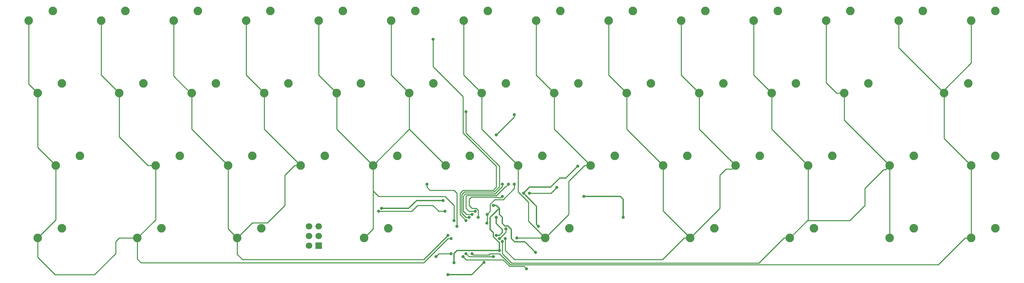
<source format=gtl>
G04 #@! TF.GenerationSoftware,KiCad,Pcbnew,5.1.10*
G04 #@! TF.CreationDate,2021-06-17T00:43:33+09:00*
G04 #@! TF.ProjectId,bakeneko40,62616b65-6e65-46b6-9f34-302e6b696361,rev?*
G04 #@! TF.SameCoordinates,Original*
G04 #@! TF.FileFunction,Copper,L1,Top*
G04 #@! TF.FilePolarity,Positive*
%FSLAX46Y46*%
G04 Gerber Fmt 4.6, Leading zero omitted, Abs format (unit mm)*
G04 Created by KiCad (PCBNEW 5.1.10) date 2021-06-17 00:43:33*
%MOMM*%
%LPD*%
G01*
G04 APERTURE LIST*
G04 #@! TA.AperFunction,ComponentPad*
%ADD10C,2.250000*%
G04 #@! TD*
G04 #@! TA.AperFunction,ComponentPad*
%ADD11R,1.700000X1.700000*%
G04 #@! TD*
G04 #@! TA.AperFunction,ComponentPad*
%ADD12C,1.700000*%
G04 #@! TD*
G04 #@! TA.AperFunction,ViaPad*
%ADD13C,0.800000*%
G04 #@! TD*
G04 #@! TA.AperFunction,Conductor*
%ADD14C,0.299720*%
G04 #@! TD*
G04 #@! TA.AperFunction,Conductor*
%ADD15C,0.254000*%
G04 #@! TD*
G04 APERTURE END LIST*
D10*
G04 #@! TO.P,MX45,2*
G04 #@! TO.N,Net-(D45-Pad2)*
X163671250Y-109220000D03*
G04 #@! TO.P,MX45,1*
G04 #@! TO.N,COL4*
X157321250Y-111760000D03*
G04 #@! TD*
G04 #@! TO.P,MX44,2*
G04 #@! TO.N,Net-(D44-Pad2)*
X116046250Y-109220000D03*
G04 #@! TO.P,MX44,1*
G04 #@! TO.N,COL3*
X109696250Y-111760000D03*
G04 #@! TD*
G04 #@! TO.P,MX32,2*
G04 #@! TO.N,Net-(D32-Pad2)*
X118427500Y-90170000D03*
G04 #@! TO.P,MX32,1*
G04 #@! TO.N,COL3*
X112077500Y-92710000D03*
G04 #@! TD*
G04 #@! TO.P,MX41,2*
G04 #@! TO.N,Net-(D41-Pad2)*
X30321250Y-109220000D03*
G04 #@! TO.P,MX41,1*
G04 #@! TO.N,COL1*
X23971250Y-111760000D03*
G04 #@! TD*
G04 #@! TO.P,MX49,2*
G04 #@! TO.N,Net-(D49-Pad2)*
X275590000Y-109220000D03*
G04 #@! TO.P,MX49,1*
G04 #@! TO.N,COL7*
X269240000Y-111760000D03*
G04 #@! TD*
G04 #@! TO.P,MX21,2*
G04 #@! TO.N,Net-(D21-Pad2)*
X147002500Y-71120000D03*
G04 #@! TO.P,MX21,1*
G04 #@! TO.N,COL4*
X140652500Y-73660000D03*
G04 #@! TD*
G04 #@! TO.P,MX35,2*
G04 #@! TO.N,Net-(D35-Pad2)*
X175577500Y-90170000D03*
G04 #@! TO.P,MX35,1*
G04 #@! TO.N,COL4*
X169227500Y-92710000D03*
G04 #@! TD*
G04 #@! TO.P,MX14,2*
G04 #@! TO.N,Net-(D14-Pad2)*
X275590000Y-52070000D03*
G04 #@! TO.P,MX14,1*
G04 #@! TO.N,COL7*
X269240000Y-54610000D03*
G04 #@! TD*
G04 #@! TO.P,MX3,2*
G04 #@! TO.N,Net-(D3-Pad2)*
X66040000Y-52070000D03*
G04 #@! TO.P,MX3,1*
G04 #@! TO.N,COL2*
X59690000Y-54610000D03*
G04 #@! TD*
G04 #@! TO.P,MX30,2*
G04 #@! TO.N,Net-(D30-Pad2)*
X80327500Y-90170000D03*
G04 #@! TO.P,MX30,1*
G04 #@! TO.N,COL2*
X73977500Y-92710000D03*
G04 #@! TD*
G04 #@! TO.P,MX42,2*
G04 #@! TO.N,Net-(D42-Pad2)*
X56515000Y-109220000D03*
G04 #@! TO.P,MX42,1*
G04 #@! TO.N,COL1*
X50165000Y-111760000D03*
G04 #@! TD*
G04 #@! TO.P,MX48,2*
G04 #@! TO.N,Net-(D48-Pad2)*
X254158750Y-109220000D03*
G04 #@! TO.P,MX48,1*
G04 #@! TO.N,COL6*
X247808750Y-111760000D03*
G04 #@! TD*
G04 #@! TO.P,MX47,2*
G04 #@! TO.N,Net-(D47-Pad2)*
X227965000Y-109220000D03*
G04 #@! TO.P,MX47,1*
G04 #@! TO.N,COL6*
X221615000Y-111760000D03*
G04 #@! TD*
G04 #@! TO.P,MX46,2*
G04 #@! TO.N,Net-(D46-Pad2)*
X201771250Y-109220000D03*
G04 #@! TO.P,MX46,1*
G04 #@! TO.N,COL5*
X195421250Y-111760000D03*
G04 #@! TD*
G04 #@! TO.P,MX43,2*
G04 #@! TO.N,Net-(D43-Pad2)*
X82708750Y-109220000D03*
G04 #@! TO.P,MX43,1*
G04 #@! TO.N,COL2*
X76358750Y-111760000D03*
G04 #@! TD*
G04 #@! TO.P,MX40,2*
G04 #@! TO.N,Net-(D40-Pad2)*
X275590000Y-90170000D03*
G04 #@! TO.P,MX40,1*
G04 #@! TO.N,COL7*
X269240000Y-92710000D03*
G04 #@! TD*
G04 #@! TO.P,MX39,2*
G04 #@! TO.N,Net-(D39-Pad2)*
X254158750Y-90170000D03*
G04 #@! TO.P,MX39,1*
G04 #@! TO.N,COL6*
X247808750Y-92710000D03*
G04 #@! TD*
G04 #@! TO.P,MX38,2*
G04 #@! TO.N,Net-(D38-Pad2)*
X232727500Y-90170000D03*
G04 #@! TO.P,MX38,1*
G04 #@! TO.N,COL6*
X226377500Y-92710000D03*
G04 #@! TD*
G04 #@! TO.P,MX37,2*
G04 #@! TO.N,Net-(D37-Pad2)*
X213677500Y-90170000D03*
G04 #@! TO.P,MX37,1*
G04 #@! TO.N,COL5*
X207327500Y-92710000D03*
G04 #@! TD*
G04 #@! TO.P,MX36,2*
G04 #@! TO.N,Net-(D36-Pad2)*
X194627500Y-90170000D03*
G04 #@! TO.P,MX36,1*
G04 #@! TO.N,COL5*
X188277500Y-92710000D03*
G04 #@! TD*
G04 #@! TO.P,MX34,2*
G04 #@! TO.N,Net-(D34-Pad2)*
X156527500Y-90170000D03*
G04 #@! TO.P,MX34,1*
G04 #@! TO.N,COL4*
X150177500Y-92710000D03*
G04 #@! TD*
G04 #@! TO.P,MX33,2*
G04 #@! TO.N,Net-(D33-Pad2)*
X137477500Y-90170000D03*
G04 #@! TO.P,MX33,1*
G04 #@! TO.N,COL3*
X131127500Y-92710000D03*
G04 #@! TD*
G04 #@! TO.P,MX31,2*
G04 #@! TO.N,Net-(D31-Pad2)*
X99377500Y-90170000D03*
G04 #@! TO.P,MX31,1*
G04 #@! TO.N,COL2*
X93027500Y-92710000D03*
G04 #@! TD*
G04 #@! TO.P,MX29,2*
G04 #@! TO.N,Net-(D29-Pad2)*
X61277500Y-90170000D03*
G04 #@! TO.P,MX29,1*
G04 #@! TO.N,COL1*
X54927500Y-92710000D03*
G04 #@! TD*
G04 #@! TO.P,MX28,2*
G04 #@! TO.N,Net-(D28-Pad2)*
X35083750Y-90170000D03*
G04 #@! TO.P,MX28,1*
G04 #@! TO.N,COL1*
X28733750Y-92710000D03*
G04 #@! TD*
G04 #@! TO.P,MX27,2*
G04 #@! TO.N,Net-(D27-Pad2)*
X268446250Y-71120000D03*
G04 #@! TO.P,MX27,1*
G04 #@! TO.N,COL7*
X262096250Y-73660000D03*
G04 #@! TD*
G04 #@! TO.P,MX26,2*
G04 #@! TO.N,Net-(D26-Pad2)*
X242252500Y-71120000D03*
G04 #@! TO.P,MX26,1*
G04 #@! TO.N,COL6*
X235902500Y-73660000D03*
G04 #@! TD*
G04 #@! TO.P,MX25,2*
G04 #@! TO.N,Net-(D25-Pad2)*
X223202500Y-71120000D03*
G04 #@! TO.P,MX25,1*
G04 #@! TO.N,COL6*
X216852500Y-73660000D03*
G04 #@! TD*
G04 #@! TO.P,MX24,2*
G04 #@! TO.N,Net-(D24-Pad2)*
X204152500Y-71120000D03*
G04 #@! TO.P,MX24,1*
G04 #@! TO.N,COL5*
X197802500Y-73660000D03*
G04 #@! TD*
G04 #@! TO.P,MX23,2*
G04 #@! TO.N,Net-(D23-Pad2)*
X185102500Y-71120000D03*
G04 #@! TO.P,MX23,1*
G04 #@! TO.N,COL5*
X178752500Y-73660000D03*
G04 #@! TD*
G04 #@! TO.P,MX22,2*
G04 #@! TO.N,Net-(D22-Pad2)*
X166052500Y-71120000D03*
G04 #@! TO.P,MX22,1*
G04 #@! TO.N,COL4*
X159702500Y-73660000D03*
G04 #@! TD*
G04 #@! TO.P,MX20,2*
G04 #@! TO.N,Net-(D20-Pad2)*
X127952500Y-71120000D03*
G04 #@! TO.P,MX20,1*
G04 #@! TO.N,COL3*
X121602500Y-73660000D03*
G04 #@! TD*
G04 #@! TO.P,MX19,2*
G04 #@! TO.N,Net-(D19-Pad2)*
X108902500Y-71120000D03*
G04 #@! TO.P,MX19,1*
G04 #@! TO.N,COL3*
X102552500Y-73660000D03*
G04 #@! TD*
G04 #@! TO.P,MX18,2*
G04 #@! TO.N,Net-(D18-Pad2)*
X89852500Y-71120000D03*
G04 #@! TO.P,MX18,1*
G04 #@! TO.N,COL2*
X83502500Y-73660000D03*
G04 #@! TD*
G04 #@! TO.P,MX17,2*
G04 #@! TO.N,Net-(D17-Pad2)*
X70802500Y-71120000D03*
G04 #@! TO.P,MX17,1*
G04 #@! TO.N,COL2*
X64452500Y-73660000D03*
G04 #@! TD*
G04 #@! TO.P,MX16,2*
G04 #@! TO.N,Net-(D16-Pad2)*
X51752500Y-71120000D03*
G04 #@! TO.P,MX16,1*
G04 #@! TO.N,COL1*
X45402500Y-73660000D03*
G04 #@! TD*
G04 #@! TO.P,MX15,2*
G04 #@! TO.N,Net-(D15-Pad2)*
X30321250Y-71120000D03*
G04 #@! TO.P,MX15,1*
G04 #@! TO.N,COL1*
X23971250Y-73660000D03*
G04 #@! TD*
G04 #@! TO.P,MX13,2*
G04 #@! TO.N,Net-(D13-Pad2)*
X256540000Y-52070000D03*
G04 #@! TO.P,MX13,1*
G04 #@! TO.N,COL7*
X250190000Y-54610000D03*
G04 #@! TD*
G04 #@! TO.P,MX12,2*
G04 #@! TO.N,Net-(D12-Pad2)*
X237490000Y-52070000D03*
G04 #@! TO.P,MX12,1*
G04 #@! TO.N,COL6*
X231140000Y-54610000D03*
G04 #@! TD*
G04 #@! TO.P,MX11,2*
G04 #@! TO.N,Net-(D11-Pad2)*
X218440000Y-52070000D03*
G04 #@! TO.P,MX11,1*
G04 #@! TO.N,COL6*
X212090000Y-54610000D03*
G04 #@! TD*
G04 #@! TO.P,MX10,2*
G04 #@! TO.N,Net-(D10-Pad2)*
X199390000Y-52070000D03*
G04 #@! TO.P,MX10,1*
G04 #@! TO.N,COL5*
X193040000Y-54610000D03*
G04 #@! TD*
G04 #@! TO.P,MX9,2*
G04 #@! TO.N,Net-(D9-Pad2)*
X180340000Y-52070000D03*
G04 #@! TO.P,MX9,1*
G04 #@! TO.N,COL5*
X173990000Y-54610000D03*
G04 #@! TD*
G04 #@! TO.P,MX8,2*
G04 #@! TO.N,Net-(D8-Pad2)*
X161290000Y-52070000D03*
G04 #@! TO.P,MX8,1*
G04 #@! TO.N,COL4*
X154940000Y-54610000D03*
G04 #@! TD*
G04 #@! TO.P,MX7,2*
G04 #@! TO.N,Net-(D7-Pad2)*
X142240000Y-52070000D03*
G04 #@! TO.P,MX7,1*
G04 #@! TO.N,COL4*
X135890000Y-54610000D03*
G04 #@! TD*
G04 #@! TO.P,MX6,2*
G04 #@! TO.N,Net-(D6-Pad2)*
X123190000Y-52070000D03*
G04 #@! TO.P,MX6,1*
G04 #@! TO.N,COL3*
X116840000Y-54610000D03*
G04 #@! TD*
G04 #@! TO.P,MX5,2*
G04 #@! TO.N,Net-(D5-Pad2)*
X104140000Y-52070000D03*
G04 #@! TO.P,MX5,1*
G04 #@! TO.N,COL3*
X97790000Y-54610000D03*
G04 #@! TD*
G04 #@! TO.P,MX4,2*
G04 #@! TO.N,Net-(D4-Pad2)*
X85090000Y-52070000D03*
G04 #@! TO.P,MX4,1*
G04 #@! TO.N,COL2*
X78740000Y-54610000D03*
G04 #@! TD*
G04 #@! TO.P,MX2,2*
G04 #@! TO.N,Net-(D2-Pad2)*
X46990000Y-52070000D03*
G04 #@! TO.P,MX2,1*
G04 #@! TO.N,COL1*
X40640000Y-54610000D03*
G04 #@! TD*
G04 #@! TO.P,MX1,2*
G04 #@! TO.N,Net-(D1-Pad2)*
X27940000Y-52070000D03*
G04 #@! TO.P,MX1,1*
G04 #@! TO.N,COL1*
X21590000Y-54610000D03*
G04 #@! TD*
D11*
G04 #@! TO.P,J2,6*
G04 #@! TO.N,GND*
X97790000Y-113823750D03*
D12*
G04 #@! TO.P,J2,5*
G04 #@! TO.N,Net-(J2-Pad5)*
X95250000Y-113823750D03*
G04 #@! TO.P,J2,4*
G04 #@! TO.N,MOSI*
X97790000Y-111283750D03*
G04 #@! TO.P,J2,3*
G04 #@! TO.N,SCK*
X95250000Y-111283750D03*
G04 #@! TO.P,J2,2*
G04 #@! TO.N,+5V*
X97790000Y-108743750D03*
G04 #@! TO.P,J2,1*
G04 #@! TO.N,MISO*
X95250000Y-108743750D03*
G04 #@! TD*
D13*
G04 #@! TO.N,GND*
X151606250Y-100012500D03*
X155575000Y-108743750D03*
X144462500Y-111125000D03*
X144462500Y-106362500D03*
X165893750Y-92868750D03*
X141224414Y-118205664D03*
X131762500Y-121443750D03*
G04 #@! TO.N,Net-(C1-Pad1)*
X145256250Y-111918750D03*
X146960949Y-109420301D03*
G04 #@! TO.N,+5V*
X143668750Y-103187500D03*
X130487500Y-101912500D03*
X114300000Y-103981250D03*
X145256250Y-115093750D03*
X133350000Y-118268750D03*
X154781250Y-115571455D03*
G04 #@! TO.N,ROW1*
X136525000Y-78581250D03*
X137318750Y-106362500D03*
G04 #@! TO.N,ROW2*
X127825000Y-59562500D03*
X136525000Y-107156250D03*
G04 #@! TO.N,ROW3*
X138112500Y-105568750D03*
X146050000Y-97631250D03*
G04 #@! TO.N,VBUS*
X177800000Y-106362500D03*
X167481250Y-100806250D03*
G04 #@! TO.N,COL1*
X132556250Y-111918750D03*
G04 #@! TO.N,COL2*
X131762500Y-111125000D03*
G04 #@! TO.N,COL3*
X133350000Y-107156250D03*
G04 #@! TO.N,COL4*
X149860000Y-111760000D03*
G04 #@! TO.N,COL5*
X146843750Y-111918750D03*
G04 #@! TO.N,COL6*
X146050000Y-112712500D03*
G04 #@! TO.N,COL7*
X138112500Y-115887500D03*
G04 #@! TO.N,ROW4*
X149225000Y-79375000D03*
X144462500Y-84703185D03*
X138906250Y-104775000D03*
X147637500Y-97631250D03*
G04 #@! TO.N,ROW5*
X160368750Y-98456250D03*
X153193750Y-100012500D03*
X146050000Y-100806250D03*
X139700000Y-106362500D03*
G04 #@! TO.N,ROW6*
X126206250Y-97631250D03*
X134143750Y-108743750D03*
G04 #@! TO.N,ROW7*
X135731250Y-116681250D03*
X152400000Y-119856250D03*
G04 #@! TO.N,ROW8*
X143668750Y-116681250D03*
X136525000Y-115887500D03*
X128587500Y-116681250D03*
X132556250Y-115887500D03*
G04 #@! TO.N,Net-(J2-Pad5)*
X130968750Y-104775000D03*
X142081250Y-105568750D03*
X141964051Y-107832801D03*
X149225000Y-97631250D03*
X113506250Y-104775000D03*
G04 #@! TD*
D14*
G04 #@! TO.N,GND*
X155037370Y-108206120D02*
X155575000Y-108743750D01*
X155037370Y-103443620D02*
X155037370Y-108206120D01*
X151606250Y-100012500D02*
X155037370Y-103443620D01*
X151606250Y-100012500D02*
X153193750Y-98425000D01*
X153193750Y-98425000D02*
X158750000Y-98425000D01*
X158750000Y-98425000D02*
X161131250Y-96043750D01*
X161131250Y-96043750D02*
X162718750Y-96043750D01*
X162718750Y-96043750D02*
X165893750Y-92868750D01*
X141224414Y-118205664D02*
X137986328Y-121443750D01*
X137986328Y-121443750D02*
X131762500Y-121443750D01*
X144462500Y-111125000D02*
X145256250Y-111125000D01*
X144462500Y-107950000D02*
X144462500Y-106362500D01*
X146050000Y-109537500D02*
X144462500Y-107950000D01*
X146050000Y-110331250D02*
X146050000Y-109537500D01*
X145256250Y-111125000D02*
X146050000Y-110331250D01*
D15*
G04 #@! TO.N,Net-(C1-Pad1)*
X146960949Y-110214051D02*
X146960949Y-109420301D01*
X145256250Y-111918750D02*
X146960949Y-110214051D01*
D14*
G04 #@! TO.N,+5V*
X142875000Y-106362500D02*
X142875000Y-109537500D01*
X142875000Y-109537500D02*
X143668750Y-110331250D01*
X123512500Y-101912500D02*
X130487500Y-101912500D01*
X123512500Y-101912500D02*
X121443750Y-103981250D01*
X121443750Y-103981250D02*
X114300000Y-103981250D01*
X145256250Y-103981250D02*
X142875000Y-106362500D01*
X143668750Y-111441045D02*
X145256250Y-113028545D01*
X143668750Y-110331250D02*
X143668750Y-111441045D01*
X145256250Y-113028545D02*
X145256250Y-115093750D01*
X145256250Y-115093750D02*
X134143750Y-115093750D01*
X134143750Y-115093750D02*
X133350000Y-115887500D01*
X133350000Y-115887500D02*
X133350000Y-118268750D01*
X151966184Y-112756389D02*
X154781250Y-115571455D01*
X146770440Y-108670440D02*
X147564190Y-108670440D01*
X146050000Y-107950000D02*
X146770440Y-108670440D01*
X146050000Y-106362500D02*
X146050000Y-107950000D01*
X145256250Y-105568750D02*
X146050000Y-106362500D01*
X145256250Y-103981250D02*
X145256250Y-105568750D01*
X149268889Y-112756389D02*
X151966184Y-112756389D01*
X148431250Y-111918750D02*
X149268889Y-112756389D01*
X148431250Y-109537500D02*
X148431250Y-111918750D01*
X147564190Y-108670440D02*
X148431250Y-109537500D01*
X145256250Y-103981250D02*
X144462500Y-103187500D01*
X144462500Y-103187500D02*
X143668750Y-103187500D01*
D15*
G04 #@! TO.N,ROW1*
X136525000Y-106362500D02*
X137318750Y-106362500D01*
X135391510Y-100352240D02*
X135391510Y-105229010D01*
X135391510Y-105229010D02*
X136525000Y-106362500D01*
X143856807Y-99672760D02*
X136070990Y-99672760D01*
X145256250Y-98273317D02*
X143856807Y-99672760D01*
X136525000Y-78581250D02*
X136525000Y-84137500D01*
X145256250Y-92868750D02*
X145256250Y-98273317D01*
X136070990Y-99672760D02*
X135391510Y-100352240D01*
X136525000Y-84137500D02*
X145256250Y-92868750D01*
G04 #@! TO.N,ROW2*
X135731250Y-99218750D02*
X134937500Y-100012500D01*
X144462500Y-98424999D02*
X143668750Y-99218749D01*
X134937500Y-105568750D02*
X136525000Y-107156250D01*
X143668750Y-99218749D02*
X135731250Y-99218750D01*
X144462500Y-92868750D02*
X144462500Y-98424999D01*
X135731250Y-74612500D02*
X135731250Y-84137500D01*
X127825000Y-59562500D02*
X127825000Y-66706250D01*
X135731250Y-84137500D02*
X144462500Y-92868750D01*
X127825000Y-66706250D02*
X135731250Y-74612500D01*
X134937500Y-100012500D02*
X134937500Y-105568750D01*
G04 #@! TO.N,ROW3*
X135845520Y-104775000D02*
X135845520Y-104889270D01*
X136639270Y-105568750D02*
X138112500Y-105568750D01*
X135845520Y-104775000D02*
X136639270Y-105568750D01*
X146050000Y-98196935D02*
X146050000Y-97631250D01*
X136410730Y-100126770D02*
X144120165Y-100126770D01*
X135845520Y-100691980D02*
X136410730Y-100126770D01*
X135845520Y-104775000D02*
X135845520Y-100691980D01*
X144120165Y-100126770D02*
X146050000Y-98196935D01*
D14*
G04 #@! TO.N,VBUS*
X177800000Y-106362500D02*
X177800000Y-101600000D01*
X177800000Y-101600000D02*
X177006250Y-100806250D01*
X177006250Y-100806250D02*
X167481250Y-100806250D01*
D15*
G04 #@! TO.N,COL1*
X21590000Y-71278750D02*
X23971250Y-73660000D01*
X21590000Y-54610000D02*
X21590000Y-71278750D01*
X23971250Y-87947500D02*
X28733750Y-92710000D01*
X23971250Y-73660000D02*
X23971250Y-87947500D01*
X28733750Y-106997500D02*
X23971250Y-111760000D01*
X28733750Y-92710000D02*
X28733750Y-106997500D01*
X50097001Y-111827999D02*
X50165000Y-111760000D01*
X40640000Y-68897500D02*
X45402500Y-73660000D01*
X40640000Y-54610000D02*
X40640000Y-68897500D01*
X52896462Y-92710000D02*
X54927500Y-92710000D01*
X45402500Y-85216038D02*
X52896462Y-92710000D01*
X45402500Y-73660000D02*
X45402500Y-85216038D01*
X54927500Y-106997500D02*
X50165000Y-111760000D01*
X54927500Y-92710000D02*
X54927500Y-106997500D01*
X23971250Y-111760000D02*
X23971250Y-116840000D01*
X23971250Y-116840000D02*
X28575000Y-121443750D01*
X28575000Y-121443750D02*
X38893750Y-121443750D01*
X38893750Y-121443750D02*
X44450000Y-115887500D01*
X44450000Y-115887500D02*
X44450000Y-112712500D01*
X45402500Y-111760000D02*
X50165000Y-111760000D01*
X44450000Y-112712500D02*
X45402500Y-111760000D01*
X125412500Y-118268750D02*
X131762500Y-111918750D01*
X51117500Y-118268750D02*
X125412500Y-118268750D01*
X131762500Y-111918750D02*
X132556250Y-111918750D01*
X50165000Y-117316250D02*
X51117500Y-118268750D01*
X50165000Y-111760000D02*
X50165000Y-117316250D01*
G04 #@! TO.N,COL2*
X59690000Y-54610000D02*
X59690000Y-69215000D01*
X64135000Y-73660000D02*
X64452500Y-73660000D01*
X59690000Y-69215000D02*
X64135000Y-73660000D01*
X64452500Y-83185000D02*
X73977500Y-92710000D01*
X64452500Y-73660000D02*
X64452500Y-83185000D01*
X73977500Y-109378750D02*
X76358750Y-111760000D01*
X73977500Y-92710000D02*
X73977500Y-109378750D01*
X78740000Y-68897500D02*
X83502500Y-73660000D01*
X78740000Y-54610000D02*
X78740000Y-68897500D01*
X83502500Y-83185000D02*
X93027500Y-92710000D01*
X83502500Y-73660000D02*
X83502500Y-83185000D01*
X91436510Y-92710000D02*
X88900000Y-95246510D01*
X93027500Y-92710000D02*
X91436510Y-92710000D01*
X88900000Y-95246510D02*
X88900000Y-103187500D01*
X80350751Y-107767999D02*
X76358750Y-111760000D01*
X84319501Y-107767999D02*
X80350751Y-107767999D01*
X88900000Y-103187500D02*
X84319501Y-107767999D01*
X125412500Y-117475000D02*
X131762500Y-111125000D01*
X77787500Y-117475000D02*
X125412500Y-117475000D01*
X76358750Y-116046250D02*
X77787500Y-117475000D01*
X76358750Y-111760000D02*
X76358750Y-116046250D01*
G04 #@! TO.N,COL3*
X97790000Y-68897500D02*
X102552500Y-73660000D01*
X97790000Y-54610000D02*
X97790000Y-68897500D01*
X102552500Y-83185000D02*
X112077500Y-92710000D01*
X102552500Y-73660000D02*
X102552500Y-83185000D01*
X116840000Y-68897500D02*
X121602500Y-73660000D01*
X116840000Y-54610000D02*
X116840000Y-68897500D01*
X121602500Y-83185000D02*
X131127500Y-92710000D01*
X112077500Y-109378750D02*
X109696250Y-111760000D01*
X112077500Y-92710000D02*
X112077500Y-99377500D01*
X112077500Y-99377500D02*
X112077500Y-109378750D01*
X133350000Y-106080288D02*
X133350000Y-107156250D01*
X121602500Y-83185000D02*
X112077500Y-92710000D01*
X121602500Y-73660000D02*
X121602500Y-83185000D01*
X113506250Y-100806250D02*
X112077500Y-99377500D01*
X130968750Y-100806250D02*
X113506250Y-100806250D01*
X133350000Y-103187500D02*
X130968750Y-100806250D01*
X133350000Y-107156250D02*
X133350000Y-103187500D01*
G04 #@! TO.N,COL4*
X135890000Y-68897500D02*
X140652500Y-73660000D01*
X135890000Y-54610000D02*
X135890000Y-68897500D01*
X140652500Y-83185000D02*
X150177500Y-92710000D01*
X140652500Y-73660000D02*
X140652500Y-83185000D01*
X154940000Y-68897500D02*
X159702500Y-73660000D01*
X154940000Y-54610000D02*
X154940000Y-68897500D01*
X159702500Y-83185000D02*
X169227500Y-92710000D01*
X159702500Y-73660000D02*
X159702500Y-83185000D01*
X157321250Y-111760000D02*
X156686250Y-111125000D01*
X167636510Y-92710000D02*
X163512500Y-96834010D01*
X169227500Y-92710000D02*
X167636510Y-92710000D01*
X163512500Y-105568750D02*
X157321250Y-111760000D01*
X163512500Y-96834010D02*
X163512500Y-105568750D01*
X150177500Y-99659712D02*
X152911538Y-102393750D01*
X150177500Y-92710000D02*
X150177500Y-99659712D01*
X152911538Y-107350288D02*
X157321250Y-111760000D01*
X152911538Y-102393750D02*
X152911538Y-107350288D01*
X157321250Y-111760000D02*
X149860000Y-111760000D01*
G04 #@! TO.N,COL5*
X173990000Y-68897500D02*
X178752500Y-73660000D01*
X173990000Y-54610000D02*
X173990000Y-68897500D01*
X178752500Y-83185000D02*
X188277500Y-92710000D01*
X178752500Y-73660000D02*
X178752500Y-83185000D01*
X193040000Y-68897500D02*
X197802500Y-73660000D01*
X193040000Y-54610000D02*
X193040000Y-68897500D01*
X197802500Y-83185000D02*
X207327500Y-92710000D01*
X197802500Y-73660000D02*
X197802500Y-83185000D01*
X188277500Y-104616250D02*
X195421250Y-111760000D01*
X188277500Y-92710000D02*
X188277500Y-104616250D01*
X193830260Y-111760000D02*
X188118750Y-117471510D01*
X195421250Y-111760000D02*
X193830260Y-111760000D01*
X188118750Y-117471510D02*
X149228490Y-117471510D01*
X149228490Y-117471510D02*
X149221510Y-117471510D01*
X149228490Y-117471510D02*
X146843750Y-115086770D01*
X146843750Y-115086770D02*
X146843750Y-111918750D01*
X203200000Y-103981250D02*
X195421250Y-111760000D01*
X203200000Y-95246510D02*
X203200000Y-103981250D01*
X204784010Y-93662500D02*
X203200000Y-95246510D01*
X206375000Y-93662500D02*
X204784010Y-93662500D01*
X207327500Y-92710000D02*
X206375000Y-93662500D01*
G04 #@! TO.N,COL6*
X212090000Y-68897500D02*
X216852500Y-73660000D01*
X212090000Y-54610000D02*
X212090000Y-68897500D01*
X216852500Y-83185000D02*
X226377500Y-92710000D01*
X216852500Y-73660000D02*
X216852500Y-83185000D01*
X233871462Y-73660000D02*
X235902500Y-73660000D01*
X231140000Y-70928538D02*
X233871462Y-73660000D01*
X231140000Y-54610000D02*
X231140000Y-70928538D01*
X235902500Y-80803750D02*
X247808750Y-92710000D01*
X235902500Y-73660000D02*
X235902500Y-80803750D01*
X226377500Y-106997500D02*
X221615000Y-111760000D01*
X226377500Y-92710000D02*
X226377500Y-106997500D01*
X247808750Y-92710000D02*
X247808750Y-111760000D01*
X221615000Y-111760000D02*
X220027500Y-111760000D01*
X213452001Y-118335499D02*
X148497999Y-118335499D01*
X220027500Y-111760000D02*
X213452001Y-118335499D01*
X148497999Y-118335499D02*
X146050000Y-115887500D01*
X146050000Y-115887500D02*
X146050000Y-112712500D01*
X246174789Y-93834999D02*
X241300000Y-98709788D01*
X246683751Y-93834999D02*
X246174789Y-93834999D01*
X247808750Y-92710000D02*
X246683751Y-93834999D01*
X241300000Y-98709788D02*
X241300000Y-103187500D01*
X241300000Y-103187500D02*
X237331250Y-107156250D01*
X237331250Y-107156250D02*
X226218750Y-107156250D01*
G04 #@! TO.N,COL7*
X250190000Y-61753750D02*
X262096250Y-73660000D01*
X250190000Y-54610000D02*
X250190000Y-61753750D01*
X262096250Y-85566250D02*
X269240000Y-92710000D01*
X262096250Y-73660000D02*
X262096250Y-85566250D01*
X269240000Y-54610000D02*
X269240000Y-65722500D01*
X262096250Y-72866250D02*
X262096250Y-73660000D01*
X269240000Y-65722500D02*
X262096250Y-72866250D01*
X269240000Y-92710000D02*
X269240000Y-111760000D01*
X138452239Y-116227239D02*
X138112500Y-115887500D01*
X142535261Y-116227239D02*
X138452239Y-116227239D01*
X142875000Y-115887500D02*
X142535261Y-116227239D01*
X145256250Y-115887500D02*
X142875000Y-115887500D01*
X269240000Y-111760000D02*
X267649010Y-111760000D01*
X260619501Y-118789509D02*
X267649010Y-111760000D01*
X148158259Y-118789509D02*
X260619501Y-118789509D01*
X145256250Y-115887500D02*
X148158259Y-118789509D01*
G04 #@! TO.N,ROW4*
X149225000Y-79940685D02*
X144462500Y-84703185D01*
X149225000Y-79375000D02*
X149225000Y-79940685D01*
X144536287Y-100580780D02*
X136750470Y-100580780D01*
X146692066Y-98425000D02*
X144536287Y-100580780D01*
X136750470Y-100580780D02*
X136525000Y-100806250D01*
X136525000Y-100806250D02*
X136525000Y-103981250D01*
X137318750Y-104775000D02*
X136525000Y-103981250D01*
X137318750Y-104775000D02*
X138906250Y-104775000D01*
X146692066Y-98425000D02*
X146843750Y-98425000D01*
X146843750Y-98425000D02*
X147637500Y-97631250D01*
G04 #@! TO.N,ROW5*
X160368750Y-98456250D02*
X158812500Y-100012500D01*
X158812500Y-100012500D02*
X153193750Y-100012500D01*
X144862499Y-101206249D02*
X144691040Y-101034790D01*
X145650001Y-101206249D02*
X144862499Y-101206249D01*
X146050000Y-100806250D02*
X145650001Y-101206249D01*
X144691040Y-101034790D02*
X137883960Y-101034790D01*
X137883960Y-101034790D02*
X137318750Y-101600000D01*
X137318750Y-101600000D02*
X137318750Y-103187500D01*
X137318750Y-103187500D02*
X138112500Y-103981250D01*
X139188462Y-103981250D02*
X139700000Y-104492788D01*
X138112500Y-103981250D02*
X139188462Y-103981250D01*
X139700000Y-104492788D02*
X139700000Y-106362500D01*
G04 #@! TO.N,ROW6*
X126206250Y-97631250D02*
X126206250Y-98425000D01*
X126206250Y-98425000D02*
X127000000Y-99218750D01*
X127000000Y-99218750D02*
X133350000Y-99218750D01*
X133350000Y-99218750D02*
X134143750Y-100012500D01*
X134143750Y-100012500D02*
X134143750Y-108743750D01*
G04 #@! TO.N,ROW7*
X136528663Y-117478663D02*
X146205347Y-117478663D01*
X146205347Y-117478663D02*
X147970202Y-119243519D01*
X135731250Y-116681250D02*
X136528663Y-117478663D01*
X147970202Y-119243519D02*
X151787269Y-119243519D01*
X151787269Y-119243519D02*
X152400000Y-119856250D01*
G04 #@! TO.N,ROW8*
X137318750Y-116681250D02*
X143668750Y-116681250D01*
X136525000Y-115887500D02*
X137318750Y-116681250D01*
X128587500Y-116681250D02*
X129381250Y-115887500D01*
X129381250Y-115887500D02*
X132556250Y-115887500D01*
G04 #@! TO.N,Net-(J2-Pad5)*
X142081250Y-105568750D02*
X142081250Y-107715602D01*
X142081250Y-107715602D02*
X141964051Y-107832801D01*
X142081250Y-105568750D02*
X142875000Y-104775000D01*
X146271953Y-101660259D02*
X149225000Y-98707212D01*
X144120029Y-101660259D02*
X146271953Y-101660259D01*
X142875000Y-102905288D02*
X144120029Y-101660259D01*
X142875000Y-104775000D02*
X142875000Y-102905288D01*
X149225000Y-98707212D02*
X149225000Y-97631250D01*
X129381250Y-104775000D02*
X127793750Y-103187500D01*
X130968750Y-104775000D02*
X129381250Y-104775000D01*
X127793750Y-103187500D02*
X123825000Y-103187500D01*
X123825000Y-103187500D02*
X122237500Y-104775000D01*
X122237500Y-104775000D02*
X113506250Y-104775000D01*
G04 #@! TD*
M02*

</source>
